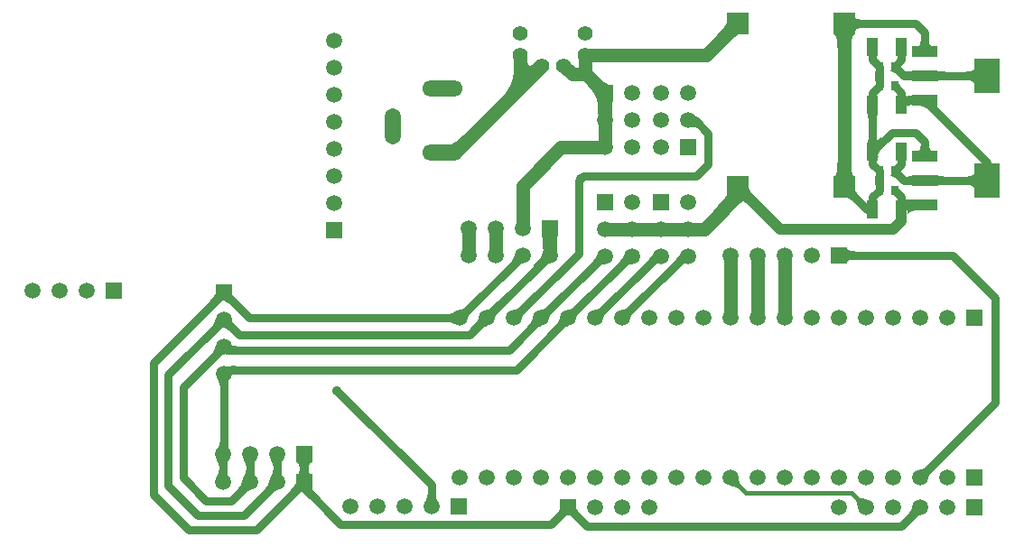
<source format=gtl>
G04 Layer_Physical_Order=1*
G04 Layer_Color=255*
%FSLAX25Y25*%
%MOIN*%
G70*
G01*
G75*
%ADD10R,0.07874X0.07874*%
%ADD11R,0.09449X0.12992*%
%ADD12R,0.09449X0.03937*%
%ADD13R,0.04331X0.06693*%
%ADD14R,0.03150X0.03543*%
%ADD15C,0.03000*%
%ADD16C,0.01500*%
%ADD17C,0.05000*%
%ADD18C,0.04000*%
%ADD19C,0.05905*%
%ADD20R,0.05905X0.05905*%
%ADD21R,0.05905X0.05905*%
%ADD22C,0.05510*%
%ADD23O,0.05910X0.13390*%
%ADD24O,0.14960X0.05910*%
%ADD25C,0.03500*%
%ADD26C,0.02756*%
G36*
X25455Y-18671D02*
X25175Y-18720D01*
X24905Y-18783D01*
X24642Y-18863D01*
X24389Y-18958D01*
X24144Y-19070D01*
X23907Y-19196D01*
X23680Y-19339D01*
X23461Y-19497D01*
X23250Y-19670D01*
X23049Y-19860D01*
X20928Y-17739D01*
X21117Y-17537D01*
X21291Y-17327D01*
X21449Y-17108D01*
X21591Y-16880D01*
X21718Y-16644D01*
X21829Y-16399D01*
X21924Y-16145D01*
X22004Y-15883D01*
X22068Y-15612D01*
X22116Y-15332D01*
X25455Y-18671D01*
D02*
G37*
G36*
X2535Y-15751D02*
X2539Y-15746D01*
X5041Y-18248D01*
X5034Y-18250D01*
X5455Y-18671D01*
X5175Y-18720D01*
X4905Y-18783D01*
X4642Y-18863D01*
X4389Y-18958D01*
X4144Y-19070D01*
X3907Y-19196D01*
X3680Y-19339D01*
X3592Y-19402D01*
X1150Y-21758D01*
X-971Y-19637D01*
X1701Y-16676D01*
X1718Y-16644D01*
X1829Y-16399D01*
X1924Y-16145D01*
X2004Y-15883D01*
X2068Y-15612D01*
X2116Y-15332D01*
X2535Y-15751D01*
D02*
G37*
G36*
X-89154Y-16163D02*
X-89091Y-16434D01*
X-89011Y-16696D01*
X-88916Y-16950D01*
X-88805Y-17195D01*
X-88678Y-17431D01*
X-88535Y-17659D01*
X-88377Y-17878D01*
X-88204Y-18088D01*
X-88014Y-18290D01*
X-90136Y-20411D01*
X-90337Y-20222D01*
X-90547Y-20048D01*
X-90766Y-19890D01*
X-90994Y-19747D01*
X-91230Y-19621D01*
X-91475Y-19510D01*
X-91729Y-19414D01*
X-91991Y-19335D01*
X-92126Y-19303D01*
X-92261Y-19335D01*
X-92523Y-19414D01*
X-92777Y-19510D01*
X-93022Y-19621D01*
X-93258Y-19747D01*
X-93486Y-19890D01*
X-93704Y-20048D01*
X-93915Y-20222D01*
X-94116Y-20411D01*
X-96238Y-18290D01*
X-96048Y-18088D01*
X-95875Y-17878D01*
X-95717Y-17659D01*
X-95574Y-17431D01*
X-95447Y-17195D01*
X-95336Y-16950D01*
X-95241Y-16696D01*
X-95161Y-16434D01*
X-95098Y-16163D01*
X-95049Y-15883D01*
X-92126Y-18807D01*
X-89203Y-15883D01*
X-89154Y-16163D01*
D02*
G37*
G36*
X35455Y-18671D02*
X35175Y-18720D01*
X34905Y-18783D01*
X34642Y-18863D01*
X34389Y-18958D01*
X34144Y-19070D01*
X33907Y-19196D01*
X33680Y-19339D01*
X33461Y-19497D01*
X33250Y-19670D01*
X33049Y-19860D01*
X30928Y-17739D01*
X31117Y-17537D01*
X31291Y-17327D01*
X31449Y-17108D01*
X31591Y-16880D01*
X31718Y-16644D01*
X31829Y-16399D01*
X31924Y-16145D01*
X32004Y-15883D01*
X32068Y-15612D01*
X32116Y-15332D01*
X35455Y-18671D01*
D02*
G37*
G36*
X-87403Y-36400D02*
X-87696Y-36411D01*
X-87970Y-36446D01*
X-88224Y-36503D01*
X-88458Y-36582D01*
X-88672Y-36685D01*
X-88866Y-36810D01*
X-89041Y-36959D01*
X-89196Y-37130D01*
X-89331Y-37323D01*
X-89447Y-37540D01*
X-91154Y-33511D01*
X-87754Y-33400D01*
X-87403Y-36400D01*
D02*
G37*
G36*
X-89929Y-38304D02*
X-90075Y-38541D01*
X-90204Y-38783D01*
X-90316Y-39029D01*
X-90411Y-39281D01*
X-90488Y-39538D01*
X-90548Y-39799D01*
X-90592Y-40066D01*
X-90617Y-40338D01*
X-90626Y-40614D01*
X-93626D01*
X-93635Y-40338D01*
X-93660Y-40066D01*
X-93704Y-39799D01*
X-93764Y-39538D01*
X-93841Y-39281D01*
X-93936Y-39029D01*
X-94048Y-38783D01*
X-94177Y-38541D01*
X-94323Y-38304D01*
X-94487Y-38072D01*
X-89765D01*
X-89929Y-38304D01*
D02*
G37*
G36*
X-89369Y-25176D02*
X-89225Y-25370D01*
X-89063Y-25541D01*
X-88882Y-25689D01*
X-88683Y-25815D01*
X-88465Y-25918D01*
X-88228Y-25997D01*
X-87973Y-26054D01*
X-87700Y-26089D01*
X-87408Y-26100D01*
X-87704Y-29100D01*
X-91088Y-29064D01*
X-89495Y-24959D01*
X-89369Y-25176D01*
D02*
G37*
G36*
X-91710Y-29223D02*
X-91990Y-29271D01*
X-92261Y-29335D01*
X-92523Y-29414D01*
X-92777Y-29510D01*
X-93022Y-29621D01*
X-93258Y-29747D01*
X-93486Y-29890D01*
X-93704Y-30048D01*
X-93915Y-30222D01*
X-94116Y-30411D01*
X-96238Y-28290D01*
X-96048Y-28088D01*
X-95875Y-27878D01*
X-95717Y-27659D01*
X-95574Y-27431D01*
X-95447Y-27195D01*
X-95336Y-26950D01*
X-95241Y-26696D01*
X-95161Y-26434D01*
X-95098Y-26163D01*
X-95049Y-25883D01*
X-91710Y-29223D01*
D02*
G37*
G36*
X-6734Y-18109D02*
X-6966Y-17945D01*
X-7202Y-17799D01*
X-7444Y-17670D01*
X-7691Y-17558D01*
X-7943Y-17463D01*
X-8199Y-17386D01*
X-8461Y-17325D01*
X-8727Y-17282D01*
X-8999Y-17257D01*
X-9276Y-17248D01*
Y-14248D01*
X-8999Y-14239D01*
X-8727Y-14214D01*
X-8461Y-14171D01*
X-8199Y-14110D01*
X-7943Y-14033D01*
X-7691Y-13938D01*
X-7444Y-13826D01*
X-7202Y-13697D01*
X-6966Y-13551D01*
X-6734Y-13387D01*
Y-18109D01*
D02*
G37*
G36*
X49151Y-13758D02*
X48962Y-13959D01*
X48788Y-14169D01*
X48630Y-14388D01*
X48487Y-14616D01*
X48361Y-14852D01*
X48250Y-15097D01*
X48155Y-15351D01*
X48075Y-15613D01*
X48011Y-15884D01*
X47963Y-16164D01*
X44624Y-12825D01*
X44903Y-12776D01*
X45174Y-12712D01*
X45436Y-12633D01*
X45690Y-12538D01*
X45935Y-12427D01*
X46171Y-12300D01*
X46399Y-12157D01*
X46618Y-11999D01*
X46828Y-11826D01*
X47030Y-11636D01*
X49151Y-13758D01*
D02*
G37*
G36*
X39151D02*
X38962Y-13959D01*
X38788Y-14169D01*
X38630Y-14388D01*
X38487Y-14616D01*
X38361Y-14852D01*
X38250Y-15097D01*
X38155Y-15351D01*
X38075Y-15613D01*
X38011Y-15884D01*
X37963Y-16164D01*
X34624Y-12825D01*
X34903Y-12776D01*
X35174Y-12712D01*
X35436Y-12633D01*
X35690Y-12538D01*
X35935Y-12427D01*
X36171Y-12300D01*
X36399Y-12157D01*
X36618Y-11999D01*
X36828Y-11826D01*
X37030Y-11636D01*
X39151Y-13758D01*
D02*
G37*
G36*
X-89356Y-5230D02*
X-89441Y-5505D01*
Y-5824D01*
X-89356Y-6184D01*
X-89186Y-6587D01*
X-88932Y-7033D01*
X-88592Y-7521D01*
X-88168Y-8051D01*
X-87065Y-9239D01*
X-89186Y-11360D01*
X-89801Y-10766D01*
X-90904Y-9833D01*
X-91392Y-9493D01*
X-91838Y-9239D01*
X-92126Y-9118D01*
X-92414Y-9239D01*
X-92860Y-9493D01*
X-93348Y-9833D01*
X-93878Y-10257D01*
X-95066Y-11360D01*
X-97187Y-9239D01*
X-96593Y-8624D01*
X-95660Y-7521D01*
X-95320Y-7033D01*
X-95066Y-6587D01*
X-94896Y-6184D01*
X-94811Y-5824D01*
Y-5505D01*
X-94896Y-5230D01*
X-95066Y-4996D01*
X-92126Y-7936D01*
X-89186Y-4996D01*
X-89356Y-5230D01*
D02*
G37*
G36*
X59151Y-13758D02*
X58962Y-13959D01*
X58788Y-14169D01*
X58630Y-14388D01*
X58487Y-14616D01*
X58361Y-14852D01*
X58250Y-15097D01*
X58154Y-15351D01*
X58075Y-15613D01*
X58011Y-15884D01*
X57963Y-16164D01*
X54624Y-12825D01*
X54903Y-12776D01*
X55174Y-12712D01*
X55436Y-12633D01*
X55690Y-12538D01*
X55935Y-12427D01*
X56171Y-12300D01*
X56399Y-12157D01*
X56618Y-11999D01*
X56828Y-11826D01*
X57030Y-11636D01*
X59151Y-13758D01*
D02*
G37*
G36*
X11050Y-11859D02*
X8378Y-14820D01*
X8361Y-14852D01*
X8250Y-15097D01*
X8155Y-15351D01*
X8075Y-15613D01*
X8011Y-15884D01*
X7963Y-16164D01*
X7544Y-15745D01*
X7539Y-15750D01*
X5038Y-13248D01*
X5045Y-13246D01*
X4624Y-12825D01*
X4903Y-12776D01*
X5174Y-12712D01*
X5436Y-12633D01*
X5690Y-12538D01*
X5935Y-12427D01*
X6171Y-12300D01*
X6399Y-12157D01*
X6487Y-12094D01*
X8929Y-9738D01*
X11050Y-11859D01*
D02*
G37*
G36*
X-849Y-13758D02*
X-1038Y-13959D01*
X-1212Y-14169D01*
X-1370Y-14389D01*
X-1512Y-14616D01*
X-1639Y-14852D01*
X-1750Y-15097D01*
X-1846Y-15351D01*
X-1925Y-15613D01*
X-1989Y-15884D01*
X-2037Y-16164D01*
X-5376Y-12825D01*
X-5097Y-12776D01*
X-4826Y-12712D01*
X-4564Y-12633D01*
X-4310Y-12538D01*
X-4065Y-12427D01*
X-3829Y-12300D01*
X-3601Y-12157D01*
X-3382Y-11999D01*
X-3172Y-11826D01*
X-2970Y-11636D01*
X-849Y-13758D01*
D02*
G37*
G36*
X29151Y-13758D02*
X28962Y-13959D01*
X28788Y-14169D01*
X28630Y-14388D01*
X28488Y-14616D01*
X28361Y-14852D01*
X28250Y-15097D01*
X28155Y-15351D01*
X28075Y-15613D01*
X28011Y-15884D01*
X27963Y-16164D01*
X24624Y-12825D01*
X24903Y-12776D01*
X25174Y-12712D01*
X25436Y-12633D01*
X25690Y-12538D01*
X25935Y-12427D01*
X26171Y-12300D01*
X26399Y-12157D01*
X26618Y-11999D01*
X26828Y-11826D01*
X27030Y-11636D01*
X29151Y-13758D01*
D02*
G37*
G36*
X19151D02*
X18962Y-13959D01*
X18788Y-14169D01*
X18630Y-14388D01*
X18487Y-14616D01*
X18361Y-14852D01*
X18250Y-15097D01*
X18155Y-15351D01*
X18075Y-15613D01*
X18011Y-15884D01*
X17963Y-16164D01*
X14624Y-12825D01*
X14903Y-12776D01*
X15174Y-12712D01*
X15436Y-12633D01*
X15690Y-12538D01*
X15935Y-12427D01*
X16171Y-12300D01*
X16399Y-12157D01*
X16618Y-11999D01*
X16828Y-11826D01*
X17030Y-11636D01*
X19151Y-13758D01*
D02*
G37*
G36*
X-82025Y-79301D02*
X-82305Y-79349D01*
X-82576Y-79413D01*
X-82838Y-79493D01*
X-83092Y-79588D01*
X-83337Y-79699D01*
X-83573Y-79826D01*
X-83801Y-79969D01*
X-84020Y-80127D01*
X-84230Y-80300D01*
X-84431Y-80490D01*
X-86553Y-78369D01*
X-86363Y-78167D01*
X-86190Y-77956D01*
X-86031Y-77737D01*
X-85889Y-77510D01*
X-85762Y-77274D01*
X-85651Y-77029D01*
X-85556Y-76775D01*
X-85476Y-76513D01*
X-85413Y-76242D01*
X-85364Y-75962D01*
X-82025Y-79301D01*
D02*
G37*
G36*
X-62317Y-78139D02*
X-59501Y-77056D01*
X-59756Y-77205D01*
X-59907Y-77415D01*
X-59954Y-77685D01*
X-59897Y-78018D01*
X-59737Y-78412D01*
X-59473Y-78866D01*
X-59105Y-79383D01*
X-58634Y-79960D01*
X-57380Y-81299D01*
X-60422Y-82500D01*
X-61044Y-81895D01*
X-62742Y-80463D01*
X-63252Y-80113D01*
X-63630Y-79889D01*
X-63662Y-79912D01*
X-64193Y-80336D01*
X-65381Y-81439D01*
X-67502Y-79318D01*
X-66908Y-78702D01*
X-65975Y-77599D01*
X-65635Y-77112D01*
X-65381Y-76666D01*
X-65211Y-76263D01*
X-65126Y-75902D01*
Y-75584D01*
X-65211Y-75308D01*
X-65381Y-75075D01*
X-62317Y-78139D01*
D02*
G37*
G36*
X98040Y-74897D02*
X98371Y-76505D01*
X98461Y-76799D01*
X98552Y-77050D01*
X98646Y-77258D01*
X98743Y-77423D01*
X98842Y-77545D01*
X97781Y-78606D01*
X97659Y-78507D01*
X97495Y-78410D01*
X97286Y-78316D01*
X97035Y-78224D01*
X96741Y-78135D01*
X96023Y-77964D01*
X95133Y-77803D01*
X94624Y-77727D01*
X97963Y-74387D01*
X98040Y-74897D01*
D02*
G37*
G36*
X-72025Y-79301D02*
X-72305Y-79349D01*
X-72576Y-79413D01*
X-72838Y-79493D01*
X-73092Y-79588D01*
X-73337Y-79699D01*
X-73573Y-79826D01*
X-73800Y-79969D01*
X-74019Y-80127D01*
X-74230Y-80300D01*
X-74432Y-80490D01*
X-76553Y-78369D01*
X-76363Y-78167D01*
X-76190Y-77956D01*
X-76031Y-77737D01*
X-75889Y-77510D01*
X-75762Y-77274D01*
X-75651Y-77029D01*
X-75556Y-76775D01*
X-75476Y-76513D01*
X-75412Y-76242D01*
X-75364Y-75962D01*
X-72025Y-79301D01*
D02*
G37*
G36*
X37870Y-84531D02*
X37785Y-84806D01*
Y-85124D01*
X37870Y-85485D01*
X38040Y-85888D01*
X38294Y-86334D01*
X38634Y-86822D01*
X39058Y-87352D01*
X40161Y-88540D01*
X38040Y-90661D01*
X37425Y-90067D01*
X36321Y-89134D01*
X35834Y-88794D01*
X35388Y-88540D01*
X35100Y-88418D01*
X34812Y-88540D01*
X34366Y-88794D01*
X33878Y-89134D01*
X33348Y-89558D01*
X32160Y-90661D01*
X30039Y-88540D01*
X30633Y-87925D01*
X31566Y-86822D01*
X31906Y-86334D01*
X32160Y-85888D01*
X32330Y-85485D01*
X32415Y-85124D01*
Y-84806D01*
X32330Y-84531D01*
X32160Y-84297D01*
X35100Y-87237D01*
X38040Y-84297D01*
X37870Y-84531D01*
D02*
G37*
G36*
X165416Y-88523D02*
X165136Y-88572D01*
X164865Y-88635D01*
X164603Y-88715D01*
X164349Y-88810D01*
X164104Y-88921D01*
X163868Y-89048D01*
X163640Y-89191D01*
X163421Y-89349D01*
X163211Y-89522D01*
X163010Y-89712D01*
X160888Y-87590D01*
X161078Y-87389D01*
X161251Y-87179D01*
X161409Y-86960D01*
X161552Y-86732D01*
X161679Y-86496D01*
X161790Y-86251D01*
X161885Y-85997D01*
X161964Y-85735D01*
X162028Y-85464D01*
X162077Y-85184D01*
X165416Y-88523D01*
D02*
G37*
G36*
X-13891Y-81161D02*
X-13866Y-81433D01*
X-13823Y-81700D01*
X-13762Y-81961D01*
X-13685Y-82218D01*
X-13590Y-82470D01*
X-13478Y-82717D01*
X-13349Y-82958D01*
X-13203Y-83195D01*
X-13039Y-83427D01*
X-17761D01*
X-17597Y-83195D01*
X-17451Y-82958D01*
X-17322Y-82717D01*
X-17210Y-82470D01*
X-17115Y-82218D01*
X-17038Y-81961D01*
X-16977Y-81700D01*
X-16934Y-81433D01*
X-16909Y-81161D01*
X-16900Y-80885D01*
X-13900D01*
X-13891Y-81161D01*
D02*
G37*
G36*
X142380Y-81897D02*
X142545Y-81993D01*
X142753Y-82087D01*
X143004Y-82179D01*
X143298Y-82268D01*
X144016Y-82439D01*
X144906Y-82600D01*
X145416Y-82677D01*
X142077Y-86016D01*
X142000Y-85506D01*
X141668Y-83898D01*
X141579Y-83604D01*
X141487Y-83353D01*
X141393Y-83145D01*
X141297Y-82980D01*
X141198Y-82858D01*
X142258Y-81797D01*
X142380Y-81897D01*
D02*
G37*
G36*
X169151Y-72813D02*
X168962Y-73014D01*
X168788Y-73225D01*
X168630Y-73444D01*
X168488Y-73671D01*
X168361Y-73908D01*
X168250Y-74152D01*
X168155Y-74406D01*
X168075Y-74668D01*
X168011Y-74939D01*
X167963Y-75219D01*
X164624Y-71880D01*
X164903Y-71832D01*
X165174Y-71768D01*
X165436Y-71688D01*
X165690Y-71593D01*
X165935Y-71482D01*
X166171Y-71355D01*
X166399Y-71213D01*
X166618Y-71055D01*
X166828Y-70881D01*
X167030Y-70691D01*
X169151Y-72813D01*
D02*
G37*
G36*
X-80243Y-68147D02*
X-80390Y-68384D01*
X-80519Y-68625D01*
X-80631Y-68872D01*
X-80726Y-69124D01*
X-80803Y-69380D01*
X-80863Y-69642D01*
X-80906Y-69909D01*
X-80932Y-70180D01*
X-80941Y-70457D01*
X-83941D01*
X-83950Y-70180D01*
X-83975Y-69909D01*
X-84018Y-69642D01*
X-84079Y-69380D01*
X-84156Y-69124D01*
X-84251Y-68872D01*
X-84363Y-68625D01*
X-84492Y-68384D01*
X-84638Y-68147D01*
X-84802Y-67915D01*
X-80080D01*
X-80243Y-68147D01*
D02*
G37*
G36*
X-90243D02*
X-90390Y-68384D01*
X-90519Y-68625D01*
X-90631Y-68872D01*
X-90726Y-69124D01*
X-90803Y-69380D01*
X-90863Y-69642D01*
X-90907Y-69909D01*
X-90932Y-70180D01*
X-90941Y-70457D01*
X-93941D01*
X-93950Y-70180D01*
X-93975Y-69909D01*
X-94018Y-69642D01*
X-94079Y-69380D01*
X-94156Y-69124D01*
X-94251Y-68872D01*
X-94363Y-68625D01*
X-94492Y-68384D01*
X-94638Y-68147D01*
X-94802Y-67915D01*
X-90080D01*
X-90243Y-68147D01*
D02*
G37*
G36*
X-90626Y-62041D02*
X-90619Y-62332D01*
X-90567Y-62885D01*
X-90521Y-63148D01*
X-90461Y-63402D01*
X-90389Y-63646D01*
X-90303Y-63881D01*
X-90204Y-64107D01*
X-90092Y-64323D01*
X-89967Y-64530D01*
X-94601Y-64128D01*
X-94415Y-63915D01*
X-94250Y-63695D01*
X-94104Y-63468D01*
X-93977Y-63232D01*
X-93870Y-62990D01*
X-93782Y-62740D01*
X-93714Y-62482D01*
X-93665Y-62218D01*
X-93636Y-61945D01*
X-93626Y-61665D01*
X-90626Y-62041D01*
D02*
G37*
G36*
X-70243Y-68147D02*
X-70390Y-68384D01*
X-70519Y-68625D01*
X-70631Y-68872D01*
X-70726Y-69124D01*
X-70803Y-69380D01*
X-70863Y-69642D01*
X-70907Y-69909D01*
X-70932Y-70180D01*
X-70941Y-70457D01*
X-73941D01*
X-73949Y-70180D01*
X-73975Y-69909D01*
X-74018Y-69642D01*
X-74079Y-69380D01*
X-74156Y-69124D01*
X-74251Y-68872D01*
X-74363Y-68625D01*
X-74492Y-68384D01*
X-74638Y-68147D01*
X-74802Y-67915D01*
X-70080D01*
X-70243Y-68147D01*
D02*
G37*
G36*
X-80932Y-72339D02*
X-80906Y-72611D01*
X-80863Y-72878D01*
X-80803Y-73139D01*
X-80726Y-73396D01*
X-80631Y-73648D01*
X-80519Y-73895D01*
X-80390Y-74136D01*
X-80243Y-74373D01*
X-80080Y-74605D01*
X-84802D01*
X-84638Y-74373D01*
X-84492Y-74136D01*
X-84363Y-73895D01*
X-84251Y-73648D01*
X-84156Y-73396D01*
X-84079Y-73139D01*
X-84018Y-72878D01*
X-83975Y-72611D01*
X-83950Y-72339D01*
X-83941Y-72063D01*
X-80941D01*
X-80932Y-72339D01*
D02*
G37*
G36*
X-90932D02*
X-90907Y-72611D01*
X-90863Y-72878D01*
X-90803Y-73139D01*
X-90726Y-73396D01*
X-90631Y-73648D01*
X-90519Y-73895D01*
X-90390Y-74136D01*
X-90243Y-74373D01*
X-90080Y-74605D01*
X-94802D01*
X-94638Y-74373D01*
X-94492Y-74136D01*
X-94363Y-73895D01*
X-94251Y-73648D01*
X-94156Y-73396D01*
X-94079Y-73139D01*
X-94018Y-72878D01*
X-93975Y-72611D01*
X-93950Y-72339D01*
X-93941Y-72063D01*
X-90941D01*
X-90932Y-72339D01*
D02*
G37*
G36*
X-59775Y-69112D02*
X-60019Y-69201D01*
X-60236Y-69352D01*
X-60423Y-69561D01*
X-60581Y-69832D01*
X-60711Y-70161D01*
X-60811Y-70552D01*
X-60883Y-71001D01*
X-60905Y-71260D01*
X-60883Y-71518D01*
X-60811Y-71968D01*
X-60711Y-72358D01*
X-60581Y-72688D01*
X-60423Y-72958D01*
X-60236Y-73168D01*
X-60019Y-73318D01*
X-59775Y-73408D01*
X-59501Y-73438D01*
X-65381D01*
X-65107Y-73408D01*
X-64862Y-73318D01*
X-64646Y-73168D01*
X-64459Y-72958D01*
X-64301Y-72688D01*
X-64171Y-72358D01*
X-64070Y-71968D01*
X-63999Y-71518D01*
X-63977Y-71260D01*
X-63999Y-71001D01*
X-64070Y-70552D01*
X-64171Y-70161D01*
X-64301Y-69832D01*
X-64459Y-69561D01*
X-64646Y-69352D01*
X-64862Y-69201D01*
X-65107Y-69112D01*
X-65381Y-69081D01*
X-59501D01*
X-59775Y-69112D01*
D02*
G37*
G36*
X-70932Y-72339D02*
X-70907Y-72611D01*
X-70863Y-72878D01*
X-70803Y-73139D01*
X-70726Y-73396D01*
X-70631Y-73648D01*
X-70519Y-73895D01*
X-70390Y-74136D01*
X-70243Y-74373D01*
X-70080Y-74605D01*
X-74802D01*
X-74638Y-74373D01*
X-74492Y-74136D01*
X-74363Y-73895D01*
X-74251Y-73648D01*
X-74156Y-73396D01*
X-74079Y-73139D01*
X-74018Y-72878D01*
X-73975Y-72611D01*
X-73949Y-72339D01*
X-73941Y-72063D01*
X-70941D01*
X-70932Y-72339D01*
D02*
G37*
G36*
X25763Y7477D02*
X25768Y7482D01*
X28269Y4980D01*
X28262Y4978D01*
X28684Y4557D01*
X28404Y4509D01*
X28133Y4445D01*
X27871Y4365D01*
X27617Y4270D01*
X27372Y4159D01*
X27136Y4032D01*
X26908Y3890D01*
X26820Y3826D01*
X24379Y1470D01*
X22257Y3591D01*
X24929Y6552D01*
X24946Y6585D01*
X25057Y6830D01*
X25153Y7083D01*
X25232Y7345D01*
X25296Y7616D01*
X25344Y7896D01*
X25763Y7477D01*
D02*
G37*
G36*
X171376Y62675D02*
X171332Y62612D01*
X171342Y62506D01*
X171408Y62357D01*
X171529Y62166D01*
X171706Y61933D01*
X172224Y61339D01*
X172962Y60575D01*
X168719D01*
X168295Y60978D01*
X167871Y61339D01*
X167446Y61657D01*
X167022Y61933D01*
X166598Y62166D01*
X166174Y62357D01*
X165749Y62506D01*
X165325Y62612D01*
X164901Y62675D01*
X164477Y62696D01*
X171475D01*
X171376Y62675D01*
D02*
G37*
G36*
X46417Y73048D02*
X47736Y71916D01*
X48359Y71457D01*
X48959Y71068D01*
X49535Y70749D01*
X50087Y70502D01*
X50616Y70325D01*
X51121Y70219D01*
X51601Y70184D01*
X45722Y64304D01*
X51601D01*
X51518Y64254D01*
X51443Y64104D01*
X51377Y63854D01*
X51320Y63504D01*
X51271Y63054D01*
X51179Y61104D01*
X51161Y59304D01*
X46161D01*
X46157Y60254D01*
X45946Y63854D01*
X45880Y64104D01*
X45805Y64254D01*
X45722Y64304D01*
X45686Y64785D01*
X45580Y65290D01*
X45404Y65818D01*
X45156Y66370D01*
X44838Y66946D01*
X44449Y67546D01*
X43989Y68170D01*
X42858Y69489D01*
X42186Y70184D01*
X45722Y73719D01*
X46417Y73048D01*
D02*
G37*
G36*
X19935Y79526D02*
X20041Y78782D01*
X20218Y78209D01*
X20465Y77807D01*
X20783Y77575D01*
X21172Y77514D01*
X21631Y77624D01*
X22161Y77905D01*
X22762Y78356D01*
X23433Y78979D01*
X17400Y69400D01*
X11365Y66900D01*
X12036Y67622D01*
X12637Y68373D01*
X13168Y69153D01*
X13627Y69963D01*
X14016Y70802D01*
X14334Y71670D01*
X14582Y72567D01*
X14759Y73494D01*
X14865Y74450D01*
X14900Y75436D01*
X19900Y80441D01*
X19935Y79526D01*
D02*
G37*
G36*
X162052Y66164D02*
X163223Y66152D01*
Y63152D01*
X162652Y63137D01*
X162140Y63092D01*
X162052Y63077D01*
Y62696D01*
X162029Y62783D01*
X161959Y62860D01*
X161843Y62929D01*
X161681Y62988D01*
X161628Y63001D01*
X161297Y62912D01*
X160966Y62777D01*
X160695Y62612D01*
X160484Y62417D01*
X160333Y62192D01*
X160242Y61937D01*
X160211Y61652D01*
X160215Y63145D01*
X160172Y63147D01*
X159731Y63152D01*
Y66152D01*
X160172Y66157D01*
X160223Y66160D01*
X160223Y66326D01*
X160253Y66293D01*
X160343Y66263D01*
X160493Y66237D01*
X160703Y66215D01*
X160909Y66205D01*
X161216Y66225D01*
X161472Y66266D01*
X161681Y66316D01*
X161843Y66375D01*
X161959Y66444D01*
X162029Y66521D01*
X162052Y66607D01*
Y66164D01*
D02*
G37*
G36*
X148948Y51433D02*
X149045Y50083D01*
X149104Y49753D01*
X149135Y49636D01*
X149490Y49924D01*
X150774Y51124D01*
X151715Y47822D01*
X151172Y47258D01*
X150307Y46224D01*
X149984Y45754D01*
X149734Y45314D01*
X149558Y44905D01*
X149454Y44528D01*
X149423Y44180D01*
X149466Y43864D01*
X149581Y43579D01*
X146532Y48991D01*
X146711Y48769D01*
X146945Y48644D01*
X147233Y48616D01*
X147575Y48684D01*
X147973Y48849D01*
X148237Y49003D01*
X145289D01*
X145413Y49033D01*
X145523Y49123D01*
X145621Y49273D01*
X145706Y49483D01*
X145778Y49753D01*
X145837Y50083D01*
X145882Y50473D01*
X145934Y51433D01*
X145941Y52003D01*
X148941D01*
X148948Y51433D01*
D02*
G37*
G36*
X-269Y48195D02*
X-3960Y44146D01*
X-10836Y48223D01*
X-10367Y48023D01*
X-9845Y47945D01*
X-9270Y47992D01*
X-8643Y48161D01*
X-7962Y48454D01*
X-7228Y48871D01*
X-6442Y49411D01*
X-5602Y50074D01*
X-4710Y50861D01*
X-3765Y51771D01*
X-269Y48195D01*
D02*
G37*
G36*
X149469Y59629D02*
X149358Y59539D01*
X149261Y59389D01*
X149176Y59179D01*
X149104Y58909D01*
X149045Y58579D01*
X149000Y58189D01*
X148948Y57229D01*
X148941Y56659D01*
X145941D01*
X145934Y57229D01*
X145837Y58579D01*
X145778Y58909D01*
X145706Y59179D01*
X145621Y59389D01*
X145523Y59539D01*
X145413Y59629D01*
X145289Y59659D01*
X149593D01*
X149469Y59629D01*
D02*
G37*
G36*
X84535Y56687D02*
X82842Y54137D01*
X82622Y54341D01*
X82405Y54512D01*
X82190Y54650D01*
X81978Y54754D01*
X81768Y54825D01*
X81561Y54863D01*
X81356Y54867D01*
X81154Y54838D01*
X80954Y54776D01*
X80757Y54681D01*
X81801Y58800D01*
X84535Y56687D01*
D02*
G37*
G36*
X184899Y70707D02*
X184869Y70992D01*
X184779Y71247D01*
X184628Y71472D01*
X184417Y71667D01*
X184146Y71832D01*
X183815Y71967D01*
X183423Y72072D01*
X182971Y72147D01*
X182459Y72192D01*
X181887Y72207D01*
Y75207D01*
X182459Y75222D01*
X182971Y75267D01*
X183423Y75342D01*
X183815Y75447D01*
X184146Y75582D01*
X184417Y75747D01*
X184628Y75942D01*
X184779Y76167D01*
X184869Y76422D01*
X184899Y76707D01*
Y70707D01*
D02*
G37*
G36*
X168279Y87145D02*
X168324Y86633D01*
X168399Y86182D01*
X168504Y85790D01*
X168639Y85459D01*
X168804Y85188D01*
X168999Y84977D01*
X169224Y84826D01*
X169479Y84736D01*
X169764Y84706D01*
X163764D01*
X164049Y84736D01*
X164304Y84826D01*
X164529Y84977D01*
X164724Y85188D01*
X164889Y85459D01*
X165024Y85790D01*
X165129Y86182D01*
X165204Y86633D01*
X165249Y87145D01*
X165264Y87718D01*
X168264D01*
X168279Y87145D01*
D02*
G37*
G36*
X140661Y88939D02*
X140419Y88789D01*
X140206Y88539D01*
X140021Y88189D01*
X139864Y87739D01*
X139736Y87189D01*
X139636Y86539D01*
X139565Y85789D01*
X139508Y83989D01*
X134508D01*
X134494Y84939D01*
X134380Y86539D01*
X134280Y87189D01*
X134152Y87739D01*
X133995Y88189D01*
X133810Y88539D01*
X133597Y88789D01*
X133354Y88939D01*
X133084Y88989D01*
X140932D01*
X140661Y88939D01*
D02*
G37*
G36*
X140950Y95628D02*
X141040Y95373D01*
X141191Y95148D01*
X141402Y94953D01*
X141673Y94788D01*
X142004Y94653D01*
X142396Y94548D01*
X142848Y94473D01*
X143360Y94428D01*
X143773Y94418D01*
X144008Y94413D01*
Y91413D01*
X142858Y91354D01*
X142848Y91353D01*
X142396Y91278D01*
X142004Y91173D01*
X141673Y91038D01*
X141402Y90873D01*
X141191Y90678D01*
X141040Y90453D01*
X140950Y90198D01*
X140920Y89913D01*
Y91255D01*
X138775Y91145D01*
Y94682D01*
X138875Y94631D01*
X139070Y94586D01*
X139359Y94545D01*
X140217Y94481D01*
X140920Y94468D01*
Y95913D01*
X140950Y95628D01*
D02*
G37*
G36*
X100785Y88989D02*
X100396Y89272D01*
X99936Y89414D01*
X99406D01*
X98805Y89272D01*
X98133Y88989D01*
X97391Y88565D01*
X96578Y87999D01*
X95694Y87292D01*
X93714Y85454D01*
X90178Y88989D01*
X91168Y90015D01*
X92724Y91853D01*
X93290Y92666D01*
X93714Y93409D01*
X93997Y94081D01*
X94138Y94682D01*
Y95212D01*
X93997Y95671D01*
X93714Y96060D01*
X100785Y88989D01*
D02*
G37*
G36*
X171505Y75576D02*
X171595Y75499D01*
X171745Y75430D01*
X171955Y75371D01*
X172225Y75321D01*
X172555Y75280D01*
X173395Y75225D01*
X174475Y75207D01*
Y72207D01*
X173905Y72203D01*
X172225Y72093D01*
X171955Y72043D01*
X171745Y71984D01*
X171595Y71916D01*
X171505Y71838D01*
X171475Y71752D01*
Y75663D01*
X171505Y75576D01*
D02*
G37*
G36*
X162052Y71752D02*
X162022Y71838D01*
X161932Y71916D01*
X161782Y71984D01*
X161572Y72043D01*
X161302Y72093D01*
X160972Y72134D01*
X160132Y72189D01*
X159052Y72207D01*
Y75207D01*
X159622Y75212D01*
X161302Y75321D01*
X161572Y75371D01*
X161782Y75430D01*
X161932Y75499D01*
X162022Y75576D01*
X162052Y75663D01*
Y71752D01*
D02*
G37*
G36*
X157095Y78675D02*
X157159Y78408D01*
X157265Y78122D01*
X157413Y77817D01*
X157604Y77494D01*
X157837Y77153D01*
X158113Y76793D01*
X158792Y76019D01*
X159195Y75604D01*
X157271Y73285D01*
X156855Y73688D01*
X155721Y74643D01*
X155380Y74876D01*
X155057Y75067D01*
X154753Y75216D01*
X154467Y75322D01*
X154199Y75385D01*
X153950Y75407D01*
X157074Y78924D01*
X157095Y78675D01*
D02*
G37*
G36*
X151550Y75377D02*
X151540Y75287D01*
X151530Y75137D01*
X151517Y73987D01*
X151562Y71837D01*
X148438D01*
X148450Y71867D01*
X148460Y71957D01*
X148470Y72107D01*
X148483Y73257D01*
X148438Y75407D01*
X151562D01*
X151550Y75377D01*
D02*
G37*
G36*
X138070Y10166D02*
X138160Y9922D01*
X138310Y9706D01*
X138520Y9518D01*
X138790Y9360D01*
X139120Y9230D01*
X139510Y9130D01*
X139960Y9058D01*
X140470Y9014D01*
X141040Y9000D01*
Y6000D01*
X140470Y5986D01*
X139960Y5942D01*
X139510Y5870D01*
X139120Y5770D01*
X138790Y5640D01*
X138520Y5482D01*
X138310Y5294D01*
X138160Y5079D01*
X138070Y4834D01*
X138040Y4560D01*
Y10440D01*
X138070Y10166D01*
D02*
G37*
G36*
X78750Y4263D02*
X78487Y4299D01*
X78229Y4310D01*
X77978Y4296D01*
X77732Y4255D01*
X77492Y4189D01*
X77258Y4096D01*
X77029Y3979D01*
X76807Y3835D01*
X76590Y3666D01*
X76379Y3470D01*
X75140Y6474D01*
X75368Y6706D01*
X76207Y7656D01*
X76314Y7804D01*
X76467Y8058D01*
X76513Y8164D01*
X78750Y4263D01*
D02*
G37*
G36*
X159622Y25940D02*
X160218Y25344D01*
X160223Y27743D01*
X164223Y27950D01*
Y23950D01*
X163462Y23930D01*
X162780Y23870D01*
X162179Y23770D01*
X161658Y23630D01*
X161216Y23450D01*
X160855Y23230D01*
X160574Y22970D01*
X160373Y22670D01*
X160252Y22330D01*
X160211Y21950D01*
X160216Y24422D01*
X160066Y24267D01*
X158667Y25666D01*
X158043D01*
X159754Y23955D01*
X159745Y23949D01*
X159724Y23931D01*
X159442Y23658D01*
X159132Y23349D01*
X157010Y25470D01*
X157201Y25666D01*
X156515D01*
X156526Y25711D01*
X156535Y25819D01*
X156557Y26518D01*
X156571Y28937D01*
X159571D01*
X159622Y25940D01*
D02*
G37*
G36*
X31124Y14491D02*
X31049Y14341D01*
X30983Y14090D01*
X30926Y13740D01*
X30878Y13291D01*
X30785Y11341D01*
X30768Y9541D01*
X25768D01*
X25763Y10491D01*
X25552Y14090D01*
X25486Y14341D01*
X25411Y14491D01*
X25328Y14540D01*
X31207D01*
X31124Y14491D01*
D02*
G37*
G36*
X58577Y4214D02*
X58298Y4211D01*
X58027Y4188D01*
X57765Y4143D01*
X57510Y4078D01*
X57263Y3991D01*
X57025Y3883D01*
X56794Y3754D01*
X56571Y3604D01*
X56357Y3433D01*
X56150Y3241D01*
X54458Y5792D01*
X54667Y6008D01*
X55034Y6436D01*
X55193Y6648D01*
X55461Y7068D01*
X55571Y7275D01*
X55663Y7481D01*
X55739Y7686D01*
X55799Y7890D01*
X58577Y4214D01*
D02*
G37*
G36*
X48577D02*
X48298Y4211D01*
X48027Y4188D01*
X47765Y4143D01*
X47510Y4078D01*
X47263Y3991D01*
X47025Y3883D01*
X46794Y3754D01*
X46571Y3604D01*
X46357Y3433D01*
X46150Y3241D01*
X44458Y5792D01*
X44667Y6008D01*
X45034Y6436D01*
X45193Y6648D01*
X45461Y7068D01*
X45571Y7275D01*
X45663Y7481D01*
X45739Y7686D01*
X45799Y7890D01*
X48577Y4214D01*
D02*
G37*
G36*
X68750Y4263D02*
X68487Y4299D01*
X68229Y4310D01*
X67978Y4296D01*
X67732Y4255D01*
X67492Y4189D01*
X67258Y4096D01*
X67029Y3979D01*
X66807Y3835D01*
X66590Y3666D01*
X66379Y3470D01*
X65140Y6474D01*
X65368Y6706D01*
X66207Y7656D01*
X66314Y7804D01*
X66467Y8058D01*
X66513Y8164D01*
X68750Y4263D01*
D02*
G37*
G36*
X18684Y4557D02*
X18404Y4509D01*
X18133Y4445D01*
X17871Y4365D01*
X17617Y4270D01*
X17372Y4159D01*
X17136Y4032D01*
X16908Y3890D01*
X16689Y3732D01*
X16479Y3558D01*
X16277Y3368D01*
X14156Y5490D01*
X14345Y5691D01*
X14519Y5902D01*
X14677Y6121D01*
X14820Y6348D01*
X14946Y6585D01*
X15057Y6830D01*
X15153Y7083D01*
X15232Y7345D01*
X15296Y7616D01*
X15344Y7896D01*
X18684Y4557D01*
D02*
G37*
G36*
X101336Y34099D02*
X101222Y33731D01*
Y33307D01*
X101336Y32826D01*
X101562Y32289D01*
X101901Y31695D01*
X102354Y31044D01*
X102919Y30337D01*
X104390Y28753D01*
X101562Y25925D01*
X100742Y26717D01*
X99648Y27642D01*
X98676Y26844D01*
X97051Y25359D01*
X95096Y23450D01*
X90178Y25604D01*
X91274Y26735D01*
X92971Y28715D01*
X93573Y29564D01*
X94009Y30318D01*
X94280Y30978D01*
X94386Y31543D01*
X94327Y32015D01*
X94103Y32392D01*
X93714Y32675D01*
X97790Y30638D01*
X101562Y34410D01*
X101336Y34099D01*
D02*
G37*
G36*
X157095Y40092D02*
X157159Y39825D01*
X157265Y39539D01*
X157413Y39235D01*
X157604Y38912D01*
X157837Y38570D01*
X158113Y38211D01*
X158792Y37436D01*
X159195Y37021D01*
X157271Y34703D01*
X156855Y35106D01*
X155721Y36060D01*
X155380Y36294D01*
X155057Y36485D01*
X154753Y36633D01*
X154467Y36739D01*
X154199Y36803D01*
X153950Y36824D01*
X157074Y40341D01*
X157095Y40092D01*
D02*
G37*
G36*
X151550Y36794D02*
X151540Y36704D01*
X151530Y36554D01*
X151517Y35404D01*
X151562Y33255D01*
X148438D01*
X148450Y33285D01*
X148460Y33375D01*
X148470Y33525D01*
X148483Y34675D01*
X148438Y36824D01*
X151562D01*
X151550Y36794D01*
D02*
G37*
G36*
X168298Y48444D02*
X168343Y47932D01*
X168418Y47480D01*
X168523Y47088D01*
X168658Y46757D01*
X168823Y46486D01*
X169018Y46275D01*
X169243Y46125D01*
X169498Y46034D01*
X169783Y46004D01*
X163783D01*
X164068Y46034D01*
X164323Y46125D01*
X164548Y46275D01*
X164743Y46486D01*
X164908Y46757D01*
X165043Y47088D01*
X165148Y47480D01*
X165223Y47932D01*
X165268Y48444D01*
X165283Y49016D01*
X168283D01*
X168298Y48444D01*
D02*
G37*
G36*
X139522Y40651D02*
X139636Y39051D01*
X139736Y38401D01*
X139864Y37851D01*
X140021Y37401D01*
X140206Y37051D01*
X140419Y36801D01*
X140661Y36651D01*
X140932Y36601D01*
X133084D01*
X133354Y36651D01*
X133597Y36801D01*
X133810Y37051D01*
X133995Y37401D01*
X134152Y37851D01*
X134280Y38401D01*
X134380Y39051D01*
X134451Y39801D01*
X134508Y41601D01*
X139508D01*
X139522Y40651D01*
D02*
G37*
G36*
X140762Y32763D02*
X140677Y32487D01*
Y32168D01*
X140762Y31808D01*
X140932Y31405D01*
X141186Y30959D01*
X141526Y30471D01*
X141950Y29941D01*
X143053Y28753D01*
X140932Y26632D01*
X140878Y26684D01*
X139684Y27761D01*
X139214Y28159D01*
X138726Y28499D01*
X138280Y28753D01*
X137877Y28923D01*
X137517Y29008D01*
X137198D01*
X136923Y28923D01*
X136689Y28753D01*
X137588Y29652D01*
X137006Y30177D01*
X139508Y32679D01*
X139543Y32571D01*
X139648Y32401D01*
X139824Y32169D01*
X139954Y32018D01*
X140932Y32996D01*
X140762Y32763D01*
D02*
G37*
G36*
X184918Y32006D02*
X184888Y32291D01*
X184798Y32546D01*
X184647Y32771D01*
X184436Y32966D01*
X184165Y33131D01*
X183834Y33266D01*
X183442Y33371D01*
X182990Y33446D01*
X182478Y33491D01*
X181906Y33506D01*
Y36506D01*
X182478Y36521D01*
X182990Y36566D01*
X183442Y36641D01*
X183834Y36746D01*
X184165Y36881D01*
X184436Y37046D01*
X184647Y37241D01*
X184798Y37466D01*
X184888Y37721D01*
X184918Y38006D01*
Y32006D01*
D02*
G37*
G36*
X171524Y36874D02*
X171614Y36797D01*
X171764Y36729D01*
X171974Y36670D01*
X172244Y36619D01*
X172574Y36579D01*
X173414Y36524D01*
X174494Y36506D01*
Y33506D01*
X173924Y33501D01*
X172244Y33392D01*
X171974Y33342D01*
X171764Y33282D01*
X171614Y33214D01*
X171524Y33137D01*
X171494Y33050D01*
Y36961D01*
X171524Y36874D01*
D02*
G37*
G36*
X162071Y33050D02*
X162041Y33137D01*
X161952Y33214D01*
X161803Y33282D01*
X161594Y33342D01*
X161326Y33392D01*
X160998Y33433D01*
X160162Y33487D01*
X159089Y33506D01*
Y36506D01*
X159656Y36510D01*
X161326Y36619D01*
X161594Y36670D01*
X161803Y36729D01*
X161952Y36797D01*
X162041Y36874D01*
X162071Y36961D01*
Y33050D01*
D02*
G37*
D10*
X137008Y92913D02*
D03*
Y32677D02*
D03*
X97638D02*
D03*
Y92913D02*
D03*
D11*
X189599Y73707D02*
D03*
X189617Y35006D02*
D03*
D12*
X166764Y64652D02*
D03*
Y73707D02*
D03*
Y82762D02*
D03*
X166783Y25950D02*
D03*
Y35006D02*
D03*
Y44061D02*
D03*
D13*
X158071Y84252D02*
D03*
X147441D02*
D03*
X158071Y62992D02*
D03*
X147441D02*
D03*
X158071Y45669D02*
D03*
X147441D02*
D03*
X158071Y24409D02*
D03*
X147441D02*
D03*
D14*
X150000Y77165D02*
D03*
X155512D02*
D03*
X150000Y70079D02*
D03*
X155512D02*
D03*
X150000Y38583D02*
D03*
X155512D02*
D03*
X150000Y31496D02*
D03*
X155512D02*
D03*
D15*
X-107000Y-74800D02*
Y-41173D01*
Y-74800D02*
X-98600Y-83200D01*
X-107000Y-41173D02*
X-92126Y-26299D01*
X38900Y35000D02*
X40600Y36700D01*
X166764Y64652D02*
X189617Y41798D01*
Y35006D02*
Y41798D01*
X-50200Y-42500D02*
X-15400Y-77300D01*
Y-85200D02*
Y-77300D01*
X40600Y36700D02*
X82500D01*
X38900Y8113D02*
Y35000D01*
X81856Y57244D02*
X86700Y52400D01*
Y40900D02*
Y52400D01*
X82500Y36700D02*
X86700Y40900D01*
X79291Y57244D02*
X81856D01*
X15039Y-15748D02*
X38900Y8113D01*
X135100Y7500D02*
X177100D01*
X192800Y-8200D01*
Y-47043D02*
Y-8200D01*
X165039Y-74803D02*
X192800Y-47043D01*
X158100Y-92500D02*
X165000Y-85600D01*
X42000Y-92500D02*
X158100D01*
X35100Y-85600D02*
X42000Y-92500D01*
X28800Y-91900D02*
X35100Y-85600D01*
X-48900Y-91900D02*
X28800D01*
X-62441Y-78359D02*
X-48900Y-91900D01*
X-62441Y-78359D02*
Y-76378D01*
X-118100Y-32273D02*
X-92126Y-6299D01*
X-118100Y-80900D02*
Y-32273D01*
Y-80900D02*
X-105000Y-94000D01*
X-112600Y-36773D02*
X-92126Y-16299D01*
X-112600Y-77600D02*
Y-36773D01*
Y-77600D02*
X-101700Y-88500D01*
X-105000Y-94000D02*
X-80063D01*
X-101700Y-88500D02*
X-84563D01*
X-98600Y-83200D02*
X-89263D01*
X-80063Y-94000D02*
X-62441Y-76378D01*
X-84563Y-88500D02*
X-72441Y-76378D01*
X-89263Y-83200D02*
X-82441Y-76378D01*
X15887Y-34900D02*
X35039Y-15748D01*
X-90727Y-34900D02*
X15887D01*
X-92126Y-36299D02*
X-90727Y-34900D01*
X13187Y-27600D02*
X25039Y-15748D01*
X-90825Y-27600D02*
X13187D01*
X-92126Y-26299D02*
X-90825Y-27600D01*
X-1213Y-22000D02*
X5039Y-15748D01*
X-86425Y-22000D02*
X-1213D01*
X-92126Y-16299D02*
X-86425Y-22000D01*
X-92126Y-6299D02*
X-82677Y-15748D01*
X-4961D01*
X137008Y32677D02*
X145276Y24409D01*
X147441D01*
Y45669D02*
Y62992D01*
X166783Y35006D02*
X189617D01*
X166783Y44061D02*
Y49359D01*
X163386Y52756D02*
X166783Y49359D01*
X154528Y52756D02*
X163386D01*
X147441Y45669D02*
X154528Y52756D01*
X159089Y35006D02*
X166783D01*
X155512Y38583D02*
X159089Y35006D01*
X155512Y31496D02*
X158071Y28937D01*
Y24409D02*
Y28937D01*
Y24409D02*
X159612Y25950D01*
X147441Y24409D02*
Y28937D01*
X150000Y31496D01*
Y38583D01*
X147441Y41142D02*
Y45669D01*
Y41142D02*
X150000Y38583D01*
X158071Y41142D02*
Y45669D01*
X155512Y38583D02*
X158071Y41142D01*
X137008Y92913D02*
X163386D01*
X166764Y89535D01*
Y82762D02*
Y89535D01*
Y73707D02*
X189599D01*
X158970D02*
X166764D01*
X155512Y77165D02*
X158970Y73707D01*
X150000Y70079D02*
Y77165D01*
X147441Y79724D02*
Y84252D01*
Y79724D02*
X150000Y77165D01*
X158071Y79724D02*
Y84252D01*
X155512Y77165D02*
X158071Y79724D01*
X147441Y62992D02*
Y67520D01*
X150000Y70079D01*
X158071Y62992D02*
Y67520D01*
X155512Y70079D02*
X158071Y67520D01*
Y62992D02*
X159731Y64652D01*
X166764D01*
X-4961Y-15748D02*
X-4961D01*
X18268Y7480D01*
X5039Y-15748D02*
X28268Y7480D01*
X55039Y-15748D02*
X77953Y7165D01*
X79291D01*
X67953D02*
X69291D01*
X45039Y-15748D02*
X67953Y7165D01*
X25039Y-15748D02*
X47953Y7165D01*
X48661D01*
X35039Y-15748D02*
X57953Y7165D01*
X58661D01*
X-92441Y-66142D02*
X-92126Y-65827D01*
Y-36299D01*
X-92441Y-76378D02*
Y-66142D01*
X-82441Y-76378D02*
Y-66142D01*
X-62441Y-76378D02*
Y-66142D01*
X-72441Y-76378D02*
Y-66142D01*
D16*
X95039Y-74803D02*
X100636Y-80400D01*
X139800D01*
X145000Y-85600D01*
D17*
X137008Y32677D02*
Y92913D01*
X86144Y81420D02*
X97638Y92913D01*
Y29528D02*
Y32677D01*
X85276Y17165D02*
X97638Y29528D01*
X79291Y17165D02*
X85276D01*
X-1732Y7480D02*
Y17480D01*
X8268Y7480D02*
Y17480D01*
X28268Y7480D02*
Y17480D01*
X5039Y-15748D02*
X5039D01*
X95039D02*
X95100Y-15687D01*
Y7500D01*
X105039Y-15748D02*
X105100Y-15687D01*
Y7500D01*
X115039Y-15748D02*
X115100Y-15687D01*
Y7500D01*
X48661Y17165D02*
X58661D01*
X69291D01*
X79291D01*
X32444Y47244D02*
X48661D01*
X18268Y33068D02*
X32444Y47244D01*
X18268Y17480D02*
Y33068D01*
X48661Y47244D02*
Y57244D01*
Y67244D01*
X41420Y81420D02*
X86144D01*
X41420Y74485D02*
X41590Y74315D01*
X41420Y74485D02*
Y81420D01*
X33350Y77480D02*
X36515Y74315D01*
X41590D01*
X48661Y67244D01*
X17400Y69400D02*
X25470Y77480D01*
X17400Y69400D02*
Y81420D01*
X-6722Y45278D02*
X17400Y69400D01*
X-11218Y45278D02*
X-6722D01*
D18*
X155118Y16929D02*
X158071Y19882D01*
X113386Y16929D02*
X155118D01*
X97638Y32677D02*
X113386Y16929D01*
X158071Y19882D02*
Y24409D01*
X159612Y25950D02*
X166783D01*
D19*
X-92126Y-36299D02*
D03*
Y-26299D02*
D03*
Y-16299D02*
D03*
X-92441Y-76378D02*
D03*
X-82441D02*
D03*
X-72441D02*
D03*
X-45400Y-85200D02*
D03*
X-35400D02*
D03*
X-25400D02*
D03*
X-15400D02*
D03*
X-51181Y26614D02*
D03*
Y36614D02*
D03*
Y46614D02*
D03*
Y56614D02*
D03*
Y66614D02*
D03*
Y76614D02*
D03*
Y86614D02*
D03*
X-162700Y-5500D02*
D03*
X-152700D02*
D03*
X-142700D02*
D03*
X-1732Y7480D02*
D03*
Y17480D02*
D03*
X8268Y7480D02*
D03*
Y17480D02*
D03*
X18268Y7480D02*
D03*
Y17480D02*
D03*
X28268Y7480D02*
D03*
X175039Y-74803D02*
D03*
X165039D02*
D03*
X155039D02*
D03*
X145039D02*
D03*
X135039D02*
D03*
X125039D02*
D03*
X115039D02*
D03*
X105039D02*
D03*
X95039D02*
D03*
X85039D02*
D03*
X75039D02*
D03*
X65039D02*
D03*
X55039D02*
D03*
X45039D02*
D03*
X35039D02*
D03*
X25039D02*
D03*
X15039D02*
D03*
X5039D02*
D03*
X-4961D02*
D03*
X175039Y-15748D02*
D03*
X165039D02*
D03*
X155039D02*
D03*
X145039D02*
D03*
X135039D02*
D03*
X125039D02*
D03*
X115039D02*
D03*
X105039D02*
D03*
X95039D02*
D03*
X85039D02*
D03*
X75039D02*
D03*
X65039D02*
D03*
X55039D02*
D03*
X45039D02*
D03*
X35039D02*
D03*
X25039D02*
D03*
X15039D02*
D03*
X5039D02*
D03*
X-4961D02*
D03*
X175000Y-85600D02*
D03*
X165000D02*
D03*
X155000D02*
D03*
X145000D02*
D03*
X135000D02*
D03*
X65100D02*
D03*
X55100D02*
D03*
X45100D02*
D03*
X-92441Y-66142D02*
D03*
X-82441D02*
D03*
X-72441D02*
D03*
X79291Y27165D02*
D03*
X69291Y17165D02*
D03*
X79291D02*
D03*
X69291Y7165D02*
D03*
X79291D02*
D03*
X95100Y7500D02*
D03*
X105100D02*
D03*
X115100D02*
D03*
X125100D02*
D03*
X58661Y27165D02*
D03*
X48661Y17165D02*
D03*
X58661D02*
D03*
X48661Y7165D02*
D03*
X58661D02*
D03*
X79291Y57244D02*
D03*
Y67244D02*
D03*
X69291Y47244D02*
D03*
Y57244D02*
D03*
Y67244D02*
D03*
X48661Y57244D02*
D03*
Y47244D02*
D03*
X58661Y67244D02*
D03*
Y57244D02*
D03*
Y47244D02*
D03*
D20*
X-92126Y-6299D02*
D03*
X-51181Y16614D02*
D03*
X69291Y27165D02*
D03*
X48661D02*
D03*
X79291Y47244D02*
D03*
X48661Y67244D02*
D03*
D21*
X-62441Y-76378D02*
D03*
X-5400Y-85200D02*
D03*
X-132700Y-5500D02*
D03*
X28268Y17480D02*
D03*
X185039Y-74803D02*
D03*
Y-15748D02*
D03*
X185000Y-85600D02*
D03*
X35100D02*
D03*
X-62441Y-66142D02*
D03*
X135100Y7500D02*
D03*
D22*
X17400Y89300D02*
D03*
Y81420D02*
D03*
X41420Y89300D02*
D03*
Y81420D02*
D03*
X25470Y77480D02*
D03*
X33350D02*
D03*
D23*
X-29528Y55118D02*
D03*
D24*
X-11218Y68898D02*
D03*
Y45278D02*
D03*
D25*
X-50200Y-42500D02*
D03*
X39600Y35800D02*
D03*
X97638Y32677D02*
D03*
Y92913D02*
D03*
X137008D02*
D03*
Y32677D02*
D03*
D26*
X158071Y45669D02*
D03*
Y84252D02*
D03*
Y62992D02*
D03*
Y24409D02*
D03*
X189599Y73707D02*
D03*
X166764Y64652D02*
D03*
Y73707D02*
D03*
X189617Y35006D02*
D03*
X166783D02*
D03*
Y25950D02*
D03*
M02*

</source>
